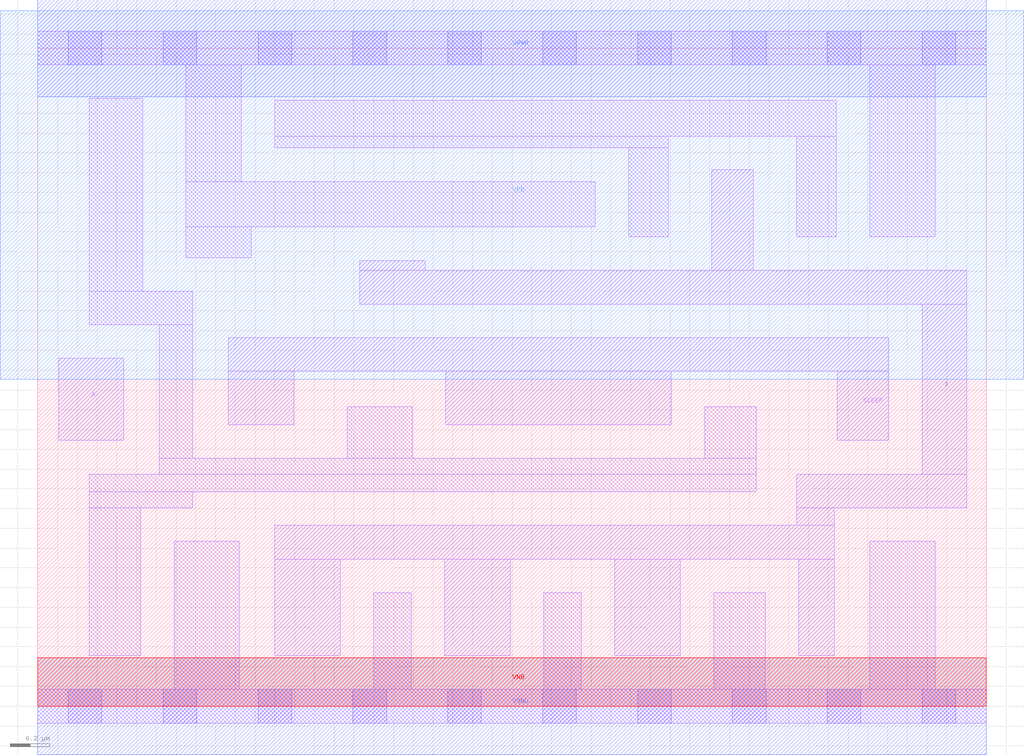
<source format=lef>
# Copyright 2020 The SkyWater PDK Authors
#
# Licensed under the Apache License, Version 2.0 (the "License");
# you may not use this file except in compliance with the License.
# You may obtain a copy of the License at
#
#     https://www.apache.org/licenses/LICENSE-2.0
#
# Unless required by applicable law or agreed to in writing, software
# distributed under the License is distributed on an "AS IS" BASIS,
# WITHOUT WARRANTIES OR CONDITIONS OF ANY KIND, either express or implied.
# See the License for the specific language governing permissions and
# limitations under the License.
#
# SPDX-License-Identifier: Apache-2.0

VERSION 5.7 ;
  NOWIREEXTENSIONATPIN ON ;
  DIVIDERCHAR "/" ;
  BUSBITCHARS "[]" ;
MACRO sky130_fd_sc_lp__isobufsrc_4
  CLASS CORE ;
  FOREIGN sky130_fd_sc_lp__isobufsrc_4 ;
  ORIGIN  0.000000  0.000000 ;
  SIZE  4.800000 BY  3.330000 ;
  SYMMETRY X Y ;
  SITE unit ;
  PIN A
    ANTENNAGATEAREA  0.315000 ;
    DIRECTION INPUT ;
    USE SIGNAL ;
    PORT
      LAYER li1 ;
        RECT 0.105000 1.345000 0.435000 1.760000 ;
    END
  END A
  PIN SLEEP
    ANTENNAGATEAREA  1.260000 ;
    DIRECTION INPUT ;
    USE SIGNAL ;
    PORT
      LAYER li1 ;
        RECT 0.965000 1.425000 1.295000 1.695000 ;
        RECT 0.965000 1.695000 4.305000 1.865000 ;
        RECT 2.065000 1.425000 3.205000 1.695000 ;
        RECT 4.045000 1.345000 4.305000 1.695000 ;
    END
  END SLEEP
  PIN X
    ANTENNADIFFAREA  1.646400 ;
    DIRECTION OUTPUT ;
    USE SIGNAL ;
    PORT
      LAYER li1 ;
        RECT 1.200000 0.255000 1.530000 0.745000 ;
        RECT 1.200000 0.745000 4.030000 0.915000 ;
        RECT 1.630000 2.035000 4.700000 2.205000 ;
        RECT 1.630000 2.205000 1.960000 2.255000 ;
        RECT 2.060000 0.255000 2.390000 0.745000 ;
        RECT 2.920000 0.255000 3.250000 0.745000 ;
        RECT 3.410000 2.205000 3.620000 2.715000 ;
        RECT 3.840000 0.915000 4.030000 1.005000 ;
        RECT 3.840000 1.005000 4.700000 1.175000 ;
        RECT 3.850000 0.255000 4.030000 0.745000 ;
        RECT 4.475000 1.175000 4.700000 2.035000 ;
    END
  END X
  PIN VGND
    DIRECTION INOUT ;
    USE GROUND ;
    PORT
      LAYER met1 ;
        RECT 0.000000 -0.245000 4.800000 0.245000 ;
    END
  END VGND
  PIN VNB
    DIRECTION INOUT ;
    USE GROUND ;
    PORT
      LAYER pwell ;
        RECT 0.000000 0.000000 4.800000 0.245000 ;
    END
  END VNB
  PIN VPB
    DIRECTION INOUT ;
    USE POWER ;
    PORT
      LAYER nwell ;
        RECT -0.190000 1.655000 4.990000 3.520000 ;
    END
  END VPB
  PIN VPWR
    DIRECTION INOUT ;
    USE POWER ;
    PORT
      LAYER met1 ;
        RECT 0.000000 3.085000 4.800000 3.575000 ;
    END
  END VPWR
  OBS
    LAYER li1 ;
      RECT 0.000000 -0.085000 4.800000 0.085000 ;
      RECT 0.000000  3.245000 4.800000 3.415000 ;
      RECT 0.260000  0.255000 0.520000 1.005000 ;
      RECT 0.260000  1.005000 0.785000 1.085000 ;
      RECT 0.260000  1.085000 3.635000 1.175000 ;
      RECT 0.260000  1.930000 0.785000 2.100000 ;
      RECT 0.260000  2.100000 0.530000 3.075000 ;
      RECT 0.615000  1.175000 3.635000 1.255000 ;
      RECT 0.615000  1.255000 0.785000 1.930000 ;
      RECT 0.690000  0.085000 1.020000 0.835000 ;
      RECT 0.750000  2.270000 1.080000 2.425000 ;
      RECT 0.750000  2.425000 2.820000 2.655000 ;
      RECT 0.750000  2.655000 1.030000 3.245000 ;
      RECT 1.200000  2.825000 3.190000 2.885000 ;
      RECT 1.200000  2.885000 4.040000 3.065000 ;
      RECT 1.565000  1.255000 1.895000 1.515000 ;
      RECT 1.700000  0.085000 1.890000 0.575000 ;
      RECT 2.560000  0.085000 2.750000 0.575000 ;
      RECT 2.990000  2.375000 3.190000 2.825000 ;
      RECT 3.375000  1.255000 3.635000 1.515000 ;
      RECT 3.420000  0.085000 3.680000 0.575000 ;
      RECT 3.840000  2.375000 4.040000 2.885000 ;
      RECT 4.210000  0.085000 4.540000 0.835000 ;
      RECT 4.210000  2.375000 4.540000 3.245000 ;
    LAYER mcon ;
      RECT 0.155000 -0.085000 0.325000 0.085000 ;
      RECT 0.155000  3.245000 0.325000 3.415000 ;
      RECT 0.635000 -0.085000 0.805000 0.085000 ;
      RECT 0.635000  3.245000 0.805000 3.415000 ;
      RECT 1.115000 -0.085000 1.285000 0.085000 ;
      RECT 1.115000  3.245000 1.285000 3.415000 ;
      RECT 1.595000 -0.085000 1.765000 0.085000 ;
      RECT 1.595000  3.245000 1.765000 3.415000 ;
      RECT 2.075000 -0.085000 2.245000 0.085000 ;
      RECT 2.075000  3.245000 2.245000 3.415000 ;
      RECT 2.555000 -0.085000 2.725000 0.085000 ;
      RECT 2.555000  3.245000 2.725000 3.415000 ;
      RECT 3.035000 -0.085000 3.205000 0.085000 ;
      RECT 3.035000  3.245000 3.205000 3.415000 ;
      RECT 3.515000 -0.085000 3.685000 0.085000 ;
      RECT 3.515000  3.245000 3.685000 3.415000 ;
      RECT 3.995000 -0.085000 4.165000 0.085000 ;
      RECT 3.995000  3.245000 4.165000 3.415000 ;
      RECT 4.475000 -0.085000 4.645000 0.085000 ;
      RECT 4.475000  3.245000 4.645000 3.415000 ;
  END
END sky130_fd_sc_lp__isobufsrc_4
END LIBRARY

</source>
